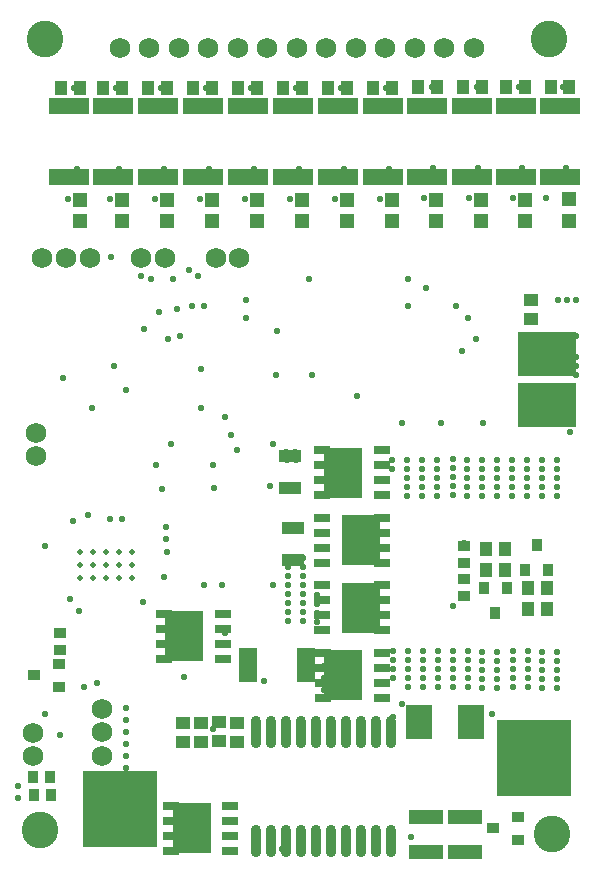
<source format=gbs>
G04 Layer_Color=16711935*
%FSAX24Y24*%
%MOIN*%
G70*
G01*
G75*
%ADD62C,0.1220*%
%ADD100R,0.0414X0.0454*%
%ADD107R,0.0336X0.0414*%
%ADD108R,0.0414X0.0336*%
%ADD109R,0.0454X0.0414*%
%ADD117R,0.1123X0.0513*%
%ADD140R,0.0380X0.0420*%
%ADD142R,0.2460X0.2560*%
%ADD144C,0.0690*%
%ADD145C,0.0210*%
%ADD146C,0.0230*%
%ADD147C,0.0198*%
%ADD148R,0.0631X0.1162*%
%ADD149R,0.0729X0.0434*%
%ADD150R,0.0530X0.0280*%
%ADD151R,0.0910X0.1140*%
%ADD152R,0.1379X0.0552*%
%ADD153R,0.0493X0.0493*%
%ADD154O,0.0336X0.1084*%
%ADD155R,0.0420X0.0380*%
%ADD156R,0.1960X0.1460*%
%ADD157R,0.1260X0.1660*%
D62*
X062600Y068000D02*
D03*
X045800D02*
D03*
X045650Y041650D02*
D03*
X062700Y041500D02*
D03*
D100*
X061902Y049005D02*
D03*
X062532D02*
D03*
X062532Y049705D02*
D03*
X061902D02*
D03*
X061132Y050320D02*
D03*
X060502D02*
D03*
X060502Y051005D02*
D03*
X061132D02*
D03*
X062665Y066406D02*
D03*
X063295D02*
D03*
X061185Y066400D02*
D03*
X061815D02*
D03*
X059745D02*
D03*
X060375D02*
D03*
X058245D02*
D03*
X058875D02*
D03*
X056760Y066385D02*
D03*
X057390D02*
D03*
X055260D02*
D03*
X055890D02*
D03*
X053760D02*
D03*
X054390D02*
D03*
X052260D02*
D03*
X052890D02*
D03*
X050760D02*
D03*
X051390D02*
D03*
X049260D02*
D03*
X049890D02*
D03*
X047760D02*
D03*
X048390D02*
D03*
X046360D02*
D03*
X046990D02*
D03*
D107*
X045976Y043400D02*
D03*
X045424D02*
D03*
X046000Y042800D02*
D03*
X045449D02*
D03*
D108*
X059763Y049996D02*
D03*
Y049445D02*
D03*
Y051096D02*
D03*
Y050545D02*
D03*
X046300Y048200D02*
D03*
Y047649D02*
D03*
D109*
X062000Y058685D02*
D03*
Y059315D02*
D03*
X051000Y044585D02*
D03*
Y045215D02*
D03*
X052200Y044585D02*
D03*
Y045215D02*
D03*
X050400Y044585D02*
D03*
Y045215D02*
D03*
X051600Y044600D02*
D03*
Y045230D02*
D03*
D117*
X059800Y040909D02*
D03*
Y042091D02*
D03*
X058500Y040900D02*
D03*
Y042081D02*
D03*
D140*
X062197Y051139D02*
D03*
X061817Y050305D02*
D03*
X062571D02*
D03*
X060443Y049714D02*
D03*
X061197D02*
D03*
X060817Y048880D02*
D03*
D142*
X062100Y044050D02*
D03*
X048300Y042350D02*
D03*
D144*
X049800Y060700D02*
D03*
X049013D02*
D03*
X052287D02*
D03*
X051500D02*
D03*
X045500Y054100D02*
D03*
Y054887D02*
D03*
X045400Y044100D02*
D03*
Y044887D02*
D03*
X060111Y067700D02*
D03*
X059127D02*
D03*
X058143D02*
D03*
X057158D02*
D03*
X056174D02*
D03*
X055190D02*
D03*
X054206D02*
D03*
X053221D02*
D03*
X052237D02*
D03*
X051253D02*
D03*
X050269D02*
D03*
X049284D02*
D03*
X048300D02*
D03*
X047300Y060700D02*
D03*
X045725D02*
D03*
X046513D02*
D03*
X047700Y044900D02*
D03*
Y045687D02*
D03*
Y044113D02*
D03*
D145*
X049100Y058333D02*
D03*
X049856Y051355D02*
D03*
X045800Y051100D02*
D03*
X047963Y052024D02*
D03*
X059400Y054000D02*
D03*
Y052800D02*
D03*
Y053100D02*
D03*
Y053700D02*
D03*
Y053400D02*
D03*
X059700Y057600D02*
D03*
X050456Y046755D02*
D03*
X061900Y047600D02*
D03*
Y047300D02*
D03*
Y047000D02*
D03*
Y046700D02*
D03*
Y046400D02*
D03*
X061400D02*
D03*
Y046700D02*
D03*
Y047300D02*
D03*
Y047600D02*
D03*
Y047000D02*
D03*
X060363Y047586D02*
D03*
X059900Y046400D02*
D03*
Y046700D02*
D03*
Y047000D02*
D03*
X059400Y046400D02*
D03*
Y046700D02*
D03*
Y047000D02*
D03*
Y047300D02*
D03*
Y047600D02*
D03*
X058900D02*
D03*
Y047300D02*
D03*
Y046400D02*
D03*
Y046700D02*
D03*
Y047000D02*
D03*
X058400Y046400D02*
D03*
Y047600D02*
D03*
Y047300D02*
D03*
Y046700D02*
D03*
X057900Y046400D02*
D03*
Y046700D02*
D03*
Y047000D02*
D03*
Y047300D02*
D03*
Y047600D02*
D03*
X057400Y046700D02*
D03*
Y047000D02*
D03*
Y047300D02*
D03*
Y047600D02*
D03*
X058400Y047000D02*
D03*
X053900Y050700D02*
D03*
X054863Y049486D02*
D03*
X054400Y049500D02*
D03*
Y049800D02*
D03*
Y048900D02*
D03*
Y049200D02*
D03*
Y048600D02*
D03*
X054863Y048886D02*
D03*
Y049186D02*
D03*
Y048586D02*
D03*
X055572Y047555D02*
D03*
X047256Y052155D02*
D03*
X046756Y051955D02*
D03*
X059400Y049100D02*
D03*
X053400Y054500D02*
D03*
X051000Y057000D02*
D03*
X054400Y050700D02*
D03*
Y050400D02*
D03*
Y050100D02*
D03*
X053900Y050400D02*
D03*
Y050100D02*
D03*
Y049800D02*
D03*
Y049500D02*
D03*
Y048600D02*
D03*
Y049200D02*
D03*
Y048900D02*
D03*
X049793Y050069D02*
D03*
X059500Y059100D02*
D03*
X051400Y053800D02*
D03*
X046956Y048955D02*
D03*
X047385Y055700D02*
D03*
X058700Y066400D02*
D03*
X049063Y049239D02*
D03*
X062863Y052786D02*
D03*
Y053086D02*
D03*
Y053386D02*
D03*
Y053686D02*
D03*
Y053986D02*
D03*
X062363D02*
D03*
Y053686D02*
D03*
Y053386D02*
D03*
Y053086D02*
D03*
Y052786D02*
D03*
X061863Y053986D02*
D03*
Y053686D02*
D03*
Y053386D02*
D03*
Y053086D02*
D03*
Y052786D02*
D03*
X061363Y053986D02*
D03*
Y053686D02*
D03*
Y053386D02*
D03*
Y053086D02*
D03*
Y052786D02*
D03*
X060863Y053986D02*
D03*
Y053686D02*
D03*
Y053386D02*
D03*
Y053086D02*
D03*
Y052786D02*
D03*
X060363Y053986D02*
D03*
Y053686D02*
D03*
Y053386D02*
D03*
Y053086D02*
D03*
Y052786D02*
D03*
X059863Y053986D02*
D03*
Y053686D02*
D03*
Y053386D02*
D03*
Y053086D02*
D03*
Y052786D02*
D03*
X058863Y053986D02*
D03*
Y053686D02*
D03*
Y053386D02*
D03*
Y053086D02*
D03*
Y052786D02*
D03*
X058363Y053986D02*
D03*
Y053686D02*
D03*
Y053386D02*
D03*
Y053086D02*
D03*
Y052786D02*
D03*
X057863Y053986D02*
D03*
Y053686D02*
D03*
Y053386D02*
D03*
Y053086D02*
D03*
Y052786D02*
D03*
X057363Y053986D02*
D03*
Y053686D02*
D03*
X060363Y046386D02*
D03*
Y046686D02*
D03*
Y046986D02*
D03*
Y047286D02*
D03*
X060863Y046386D02*
D03*
Y046686D02*
D03*
Y046986D02*
D03*
Y047286D02*
D03*
Y047586D02*
D03*
X062363Y046386D02*
D03*
Y046686D02*
D03*
Y046986D02*
D03*
Y047286D02*
D03*
Y047586D02*
D03*
X062863D02*
D03*
Y047286D02*
D03*
Y046986D02*
D03*
Y046686D02*
D03*
Y046386D02*
D03*
X055972Y047155D02*
D03*
Y046755D02*
D03*
X055128Y046710D02*
D03*
Y046310D02*
D03*
X055572Y046755D02*
D03*
Y047155D02*
D03*
X055128Y047510D02*
D03*
Y047110D02*
D03*
X060260Y063700D02*
D03*
X063180Y063706D02*
D03*
X061700Y063700D02*
D03*
X061400Y062700D02*
D03*
X058760Y063700D02*
D03*
X052775Y063685D02*
D03*
X052675Y066385D02*
D03*
X059960Y062700D02*
D03*
X046775Y066385D02*
D03*
X046875Y063685D02*
D03*
X048275D02*
D03*
X047975Y062685D02*
D03*
X049675Y066385D02*
D03*
X049775Y063685D02*
D03*
X049475Y062685D02*
D03*
X051175Y066385D02*
D03*
X051275Y063685D02*
D03*
X050975Y062685D02*
D03*
X054175Y066385D02*
D03*
X054275Y063685D02*
D03*
X055775D02*
D03*
X057175Y066385D02*
D03*
X057275Y063685D02*
D03*
X056975Y062685D02*
D03*
X055475D02*
D03*
X052475D02*
D03*
X046575D02*
D03*
X055675Y066385D02*
D03*
X063080Y066406D02*
D03*
X060200Y066400D02*
D03*
X061600D02*
D03*
X053975Y062685D02*
D03*
X058460Y062700D02*
D03*
X049863Y050924D02*
D03*
X054163Y053986D02*
D03*
X053863D02*
D03*
X054156Y054255D02*
D03*
X053856D02*
D03*
X051100Y049800D02*
D03*
X060415Y055200D02*
D03*
X059015D02*
D03*
X057715D02*
D03*
X056215Y056100D02*
D03*
X057900Y060000D02*
D03*
Y059100D02*
D03*
X054600Y060000D02*
D03*
X052500Y059300D02*
D03*
X053500Y056800D02*
D03*
X048100Y057100D02*
D03*
X062500Y062700D02*
D03*
X051456Y053055D02*
D03*
X048363Y052024D02*
D03*
X052200Y054300D02*
D03*
X049600Y058900D02*
D03*
X050300Y058100D02*
D03*
X049900Y058000D02*
D03*
X051800Y055400D02*
D03*
X059900Y058700D02*
D03*
X060176Y058000D02*
D03*
X055928Y047510D02*
D03*
X059763Y051224D02*
D03*
X049000Y060100D02*
D03*
X052000Y054800D02*
D03*
X048175Y066385D02*
D03*
X059763Y050545D02*
D03*
X051100Y059122D02*
D03*
X050700Y059100D02*
D03*
X050200Y059000D02*
D03*
X050900Y060100D02*
D03*
X050600Y060300D02*
D03*
X049856Y051755D02*
D03*
D146*
X048500Y056300D02*
D03*
X046300Y044800D02*
D03*
X051400Y045000D02*
D03*
X057400Y045400D02*
D03*
X059900Y047600D02*
D03*
Y047300D02*
D03*
X044900Y042700D02*
D03*
Y043100D02*
D03*
X049340Y060022D02*
D03*
X046400Y056700D02*
D03*
X052900Y044800D02*
D03*
Y045100D02*
D03*
X058000Y041400D02*
D03*
X053100Y046600D02*
D03*
X053400Y049800D02*
D03*
X051800Y048200D02*
D03*
X051700Y049800D02*
D03*
X057700Y045841D02*
D03*
X063500Y057400D02*
D03*
Y056800D02*
D03*
X063200Y058109D02*
D03*
X062900Y058100D02*
D03*
X063500D02*
D03*
Y057100D02*
D03*
X063200Y059300D02*
D03*
X063500D02*
D03*
X062900D02*
D03*
X058500Y059700D02*
D03*
X052500Y058700D02*
D03*
X063300Y054900D02*
D03*
X062100Y059300D02*
D03*
X046656Y049355D02*
D03*
X045800Y045500D02*
D03*
X047100Y046400D02*
D03*
X049700Y053000D02*
D03*
X048500Y044100D02*
D03*
Y045700D02*
D03*
Y043700D02*
D03*
Y044500D02*
D03*
X053300Y053100D02*
D03*
X049500Y053800D02*
D03*
X051000Y055700D02*
D03*
X048008Y060750D02*
D03*
X054700Y056800D02*
D03*
X053700Y041000D02*
D03*
X050000Y054500D02*
D03*
X053538Y058266D02*
D03*
X048500Y045300D02*
D03*
Y044900D02*
D03*
X060700Y045500D02*
D03*
X050090Y060008D02*
D03*
X047556Y046555D02*
D03*
D147*
X048710Y050911D02*
D03*
Y050478D02*
D03*
Y050044D02*
D03*
X048277Y050911D02*
D03*
Y050478D02*
D03*
Y050044D02*
D03*
X047844Y050911D02*
D03*
Y050478D02*
D03*
Y050044D02*
D03*
X047411Y050911D02*
D03*
Y050478D02*
D03*
Y050044D02*
D03*
X046978Y050911D02*
D03*
Y050478D02*
D03*
Y050044D02*
D03*
D148*
X054520Y047155D02*
D03*
X052591D02*
D03*
D149*
X054063Y050654D02*
D03*
Y051717D02*
D03*
X053963Y053039D02*
D03*
Y054102D02*
D03*
D150*
X049766Y047355D02*
D03*
Y047855D02*
D03*
Y048355D02*
D03*
Y048855D02*
D03*
X051756Y047355D02*
D03*
Y047855D02*
D03*
Y048355D02*
D03*
Y048855D02*
D03*
X057051Y049805D02*
D03*
Y049305D02*
D03*
Y048805D02*
D03*
Y048305D02*
D03*
X055061Y049805D02*
D03*
Y049305D02*
D03*
Y048805D02*
D03*
Y048305D02*
D03*
X057046Y052055D02*
D03*
Y051555D02*
D03*
Y051055D02*
D03*
Y050555D02*
D03*
X055056Y052055D02*
D03*
Y051555D02*
D03*
Y051055D02*
D03*
Y050555D02*
D03*
X055061Y052805D02*
D03*
Y053305D02*
D03*
Y053805D02*
D03*
Y054305D02*
D03*
X057051Y052805D02*
D03*
Y053305D02*
D03*
Y053805D02*
D03*
Y054305D02*
D03*
X050005Y040950D02*
D03*
Y041450D02*
D03*
Y041950D02*
D03*
Y042450D02*
D03*
X051995Y040950D02*
D03*
Y041450D02*
D03*
Y041950D02*
D03*
Y042450D02*
D03*
X055066Y046055D02*
D03*
Y046555D02*
D03*
Y047055D02*
D03*
Y047555D02*
D03*
X057056Y046055D02*
D03*
Y046555D02*
D03*
Y047055D02*
D03*
Y047555D02*
D03*
D151*
X058286Y045255D02*
D03*
X060026D02*
D03*
D152*
X062980Y063425D02*
D03*
Y065787D02*
D03*
X060060Y063419D02*
D03*
Y065781D02*
D03*
X058560Y063419D02*
D03*
Y065781D02*
D03*
X057075Y063404D02*
D03*
Y065766D02*
D03*
X055575Y063404D02*
D03*
Y065766D02*
D03*
X054075Y063404D02*
D03*
Y065766D02*
D03*
X052575Y063404D02*
D03*
Y065766D02*
D03*
X051075Y063404D02*
D03*
Y065766D02*
D03*
X049575Y063404D02*
D03*
Y065766D02*
D03*
X048075Y063404D02*
D03*
Y065766D02*
D03*
X046600Y063419D02*
D03*
Y065781D02*
D03*
X061500Y065781D02*
D03*
Y063419D02*
D03*
D153*
X063280Y061952D02*
D03*
Y062661D02*
D03*
X061800Y061946D02*
D03*
Y062654D02*
D03*
X060360Y061946D02*
D03*
Y062654D02*
D03*
X058860Y061946D02*
D03*
Y062654D02*
D03*
X057375Y061931D02*
D03*
Y062639D02*
D03*
X055875Y061931D02*
D03*
Y062639D02*
D03*
X054375Y061931D02*
D03*
Y062639D02*
D03*
X052875Y061931D02*
D03*
Y062639D02*
D03*
X051375Y061931D02*
D03*
Y062639D02*
D03*
X049875Y061931D02*
D03*
Y062639D02*
D03*
X048375Y061931D02*
D03*
Y062639D02*
D03*
X046975Y061931D02*
D03*
Y062639D02*
D03*
D154*
X052850Y044911D02*
D03*
X053350D02*
D03*
X053850D02*
D03*
X054350D02*
D03*
X054850D02*
D03*
X055350D02*
D03*
X055850D02*
D03*
X056350D02*
D03*
X056850D02*
D03*
X057350D02*
D03*
X052850Y041289D02*
D03*
X053350D02*
D03*
X053850D02*
D03*
X054350D02*
D03*
X054850D02*
D03*
X055350D02*
D03*
X055850D02*
D03*
X056350D02*
D03*
X056850D02*
D03*
X057350D02*
D03*
D155*
X045460Y046800D02*
D03*
X046294Y046420D02*
D03*
Y047174D02*
D03*
X061594Y042074D02*
D03*
Y041320D02*
D03*
X060760Y041700D02*
D03*
D156*
X062550Y057500D02*
D03*
Y055800D02*
D03*
D157*
X050461Y048105D02*
D03*
X056356Y049055D02*
D03*
X056351Y051305D02*
D03*
X055756Y053555D02*
D03*
X050700Y041700D02*
D03*
X055761Y046805D02*
D03*
M02*

</source>
